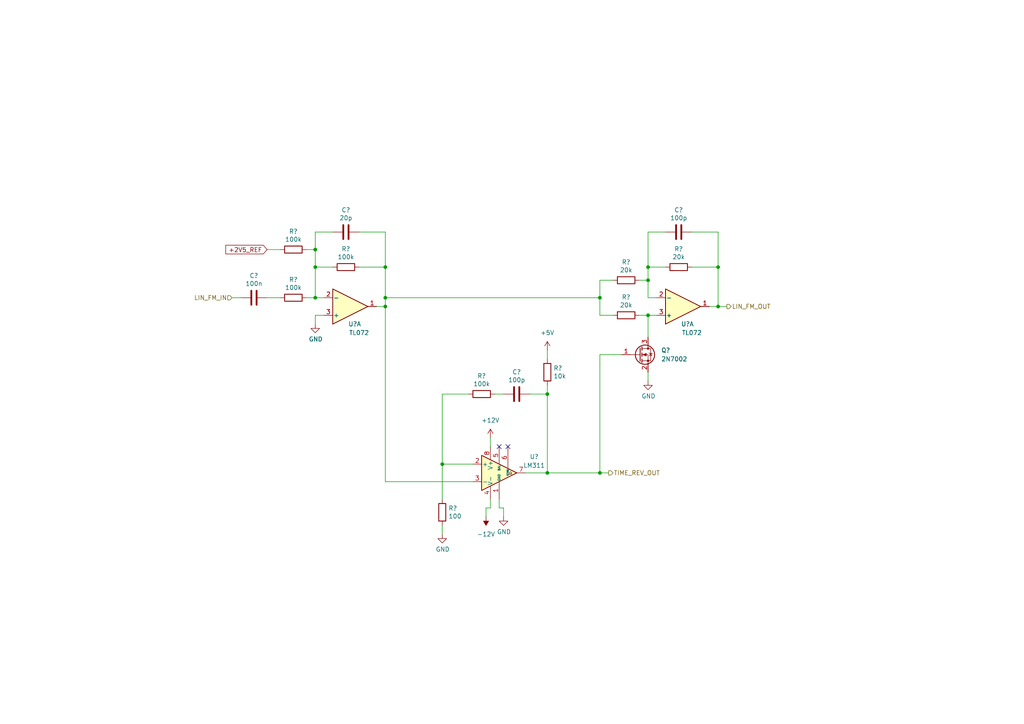
<source format=kicad_sch>
(kicad_sch (version 20211123) (generator eeschema)
  (paper "A4")
  (title_block (title "Josh Ox Ribon Synth Main VCO board") (date "2022-06-18") (rev "0") (comment 2 "creativecommons.org/licences/by/4.0") (comment 3 "license: CC by 4.0") (comment 4 "Author: Jordan Acete"))
  (lib_symbols
    (symbol "Amplifier_Operational:TL072" (pin_names (offset 0.127))
      (property "Reference" "U" (at 0 5.08 0))
      (property "Value" "TL072" (at 0 -5.08 0))
      (symbol "TL072_1_1"
        (polyline (pts (xy -5.08 5.08) (xy 5.08 0) (xy -5.08 -5.08) (xy -5.08 5.08)) (stroke (width 0.254)) (fill (type background)))
        (pin output line (at 7.62 0 180) (length 2.54) (name "~") (number "1"))
        (pin input line (at -7.62 -2.54 0) (length 2.54) (name "-") (number "2"))
        (pin input line (at -7.62 2.54 0) (length 2.54) (name "+") (number "3"))
      )
      (symbol "TL072_2_1"
        (polyline (pts (xy -5.08 5.08) (xy 5.08 0) (xy -5.08 -5.08) (xy -5.08 5.08)) (stroke (width 0.254)) (fill (type background)))
        (pin input line (at -7.62 2.54 0) (length 2.54) (name "+") (number "5"))
        (pin input line (at -7.62 -2.54 0) (length 2.54) (name "-") (number "6"))
        (pin output line (at 7.62 0 180) (length 2.54) (name "~") (number "7"))
      )
      (symbol "TL072_3_1"
        (pin power_in line (at -2.54 -7.62 90) (length 3.81) (name "V-") (number "4"))
        (pin power_in line (at -2.54 7.62 270) (length 3.81) (name "V+") (number "8"))
      )
    )
    (symbol "Comparator:LM311" (pin_names (offset 0.127))
      (property "Reference" "U" (at 3.81 6.35 0))
      (property "Value" "LM311" (at 3.81 3.81 0))
      (symbol "LM311_0_1"
        (polyline (pts (xy 5.08 0) (xy -5.08 5.08) (xy -5.08 -5.08) (xy 5.08 0)) (stroke (width 0.254)) (fill (type background)))
        (polyline (pts (xy 3.683 -0.381) (xy 3.302 -0.381) (xy 3.683 0) (xy 3.302 0.381) (xy 2.921 0) (xy 3.302 -0.381) (xy 2.921 -0.381)) (stroke (width 0.127)))
      )
      (symbol "LM311_1_1"
        (pin passive line (at 0 -7.62 90) (length 5.08) (name "GND") (number "1"))
        (pin input line (at -7.62 2.54 0) (length 2.54) (name "+") (number "2"))
        (pin input line (at -7.62 -2.54 0) (length 2.54) (name "-") (number "3"))
        (pin power_in line (at -2.54 -7.62 90) (length 3.81) (name "V-") (number "4"))
        (pin input line (at 0 7.62 270) (length 5.08) (name "BAL") (number "5"))
        (pin input line (at 2.54 7.62 270) (length 6.35) (name "STRB") (number "6"))
        (pin open_collector line (at 7.62 0 180) (length 2.54) (name "~") (number "7"))
        (pin power_in line (at -2.54 7.62 270) (length 3.81) (name "V+") (number "8"))
      )
    )
    (symbol "Device:C" (pin_numbers hide) (pin_names (offset 0.254))
      (property "Reference" "C" (at 0.635 2.54 0))
      (property "Value" "C" (at 0.635 -2.54 0))
      (symbol "C_0_1"
        (polyline (pts (xy -2.032 -0.762) (xy 2.032 -0.762)) (stroke (width 0.508)))
        (polyline (pts (xy -2.032 0.762) (xy 2.032 0.762)) (stroke (width 0.508)))
      )
      (symbol "C_1_1"
        (pin passive line (at 0 3.81 270) (length 2.794) (name "~") (number "1"))
        (pin passive line (at 0 -3.81 90) (length 2.794) (name "~") (number "2"))
      )
    )
    (symbol "Device:R" (pin_numbers hide) (pin_names (offset 0))
      (property "Reference" "R" (at 2.032 0 90))
      (property "Value" "R" (at 0 0 90))
      (symbol "R_0_1"
        (rectangle (start -1.016 -2.54) (end 1.016 2.54) (stroke (width 0.254)))
      )
      (symbol "R_1_1"
        (pin passive line (at 0 3.81 270) (length 1.27) (name "~") (number "1"))
        (pin passive line (at 0 -3.81 90) (length 1.27) (name "~") (number "2"))
      )
    )
    (symbol "Transistor_FET:2N7002" (pin_names hide)
      (property "Reference" "Q" (at 5.08 1.905 0))
      (property "Value" "2N7002" (at 5.08 0 0))
      (symbol "2N7002_0_1"
        (polyline (pts (xy 0.254 0) (xy -2.54 0)))
        (polyline (pts (xy 0.254 1.905) (xy 0.254 -1.905)) (stroke (width 0.254)))
        (polyline (pts (xy 0.762 -1.27) (xy 0.762 -2.286)) (stroke (width 0.254)))
        (polyline (pts (xy 0.762 0.508) (xy 0.762 -0.508)) (stroke (width 0.254)))
        (polyline (pts (xy 0.762 2.286) (xy 0.762 1.27)) (stroke (width 0.254)))
        (polyline (pts (xy 2.54 2.54) (xy 2.54 1.778)))
        (polyline (pts (xy 2.54 -2.54) (xy 2.54 0) (xy 0.762 0)))
        (polyline (pts (xy 0.762 -1.778) (xy 3.302 -1.778) (xy 3.302 1.778) (xy 0.762 1.778)))
        (polyline (pts (xy 1.016 0) (xy 2.032 0.381) (xy 2.032 -0.381) (xy 1.016 0)) (fill (type outline)))
        (polyline (pts (xy 2.794 0.508) (xy 2.921 0.381) (xy 3.683 0.381) (xy 3.81 0.254)))
        (polyline (pts (xy 3.302 0.381) (xy 2.921 -0.254) (xy 3.683 -0.254) (xy 3.302 0.381)))
        (circle (center 1.651 0) (radius 2.794) (stroke (width 0.254)))
        (circle (center 2.54 -1.778) (radius 0.254) (fill (type outline)))
        (circle (center 2.54 1.778) (radius 0.254) (fill (type outline)))
      )
      (symbol "2N7002_1_1"
        (pin input line (at -5.08 0 0) (length 2.54) (name "G") (number "1"))
        (pin passive line (at 2.54 -5.08 90) (length 2.54) (name "S") (number "2"))
        (pin passive line (at 2.54 5.08 270) (length 2.54) (name "D") (number "3"))
      )
    )
    (symbol "power:+12V" (power) (pin_names (offset 0))
      (property "Value" "+12V" (at 0 3.556 0))
      (symbol "+12V_0_1"
        (polyline (pts (xy -0.762 1.27) (xy 0 2.54)))
        (polyline (pts (xy 0 0) (xy 0 2.54)))
        (polyline (pts (xy 0 2.54) (xy 0.762 1.27)))
      )
      (symbol "+12V_1_1"
        (pin power_in line (at 0 0 90) (length 0) hide (name "+12V") (number "1"))
      )
    )
    (symbol "power:+5V" (power) (pin_names (offset 0))
      (property "Value" "+5V" (at 0 3.556 0))
      (symbol "+5V_0_1"
        (polyline (pts (xy -0.762 1.27) (xy 0 2.54)))
        (polyline (pts (xy 0 0) (xy 0 2.54)))
        (polyline (pts (xy 0 2.54) (xy 0.762 1.27)))
      )
      (symbol "+5V_1_1"
        (pin power_in line (at 0 0 90) (length 0) hide (name "+5V") (number "1"))
      )
    )
    (symbol "power:-12V" (power) (pin_names (offset 0))
      (property "Value" "-12V" (at 0 3.81 0))
      (symbol "-12V_0_0"
        (pin power_in line (at 0 0 90) (length 0) hide (name "-12V") (number "1"))
      )
      (symbol "-12V_0_1"
        (polyline (pts (xy 0 0) (xy 0 1.27) (xy 0.762 1.27) (xy 0 2.54) (xy -0.762 1.27) (xy 0 1.27)) (fill (type outline)))
      )
    )
    (symbol "power:GND" (power) (pin_names (offset 0))
      (property "Value" "GND" (at 0 -3.81 0))
      (symbol "GND_0_1"
        (polyline (pts (xy 0 0) (xy 0 -1.27) (xy 1.27 -1.27) (xy 0 -2.54) (xy -1.27 -1.27) (xy 0 -1.27)))
      )
      (symbol "GND_1_1"
        (pin power_in line (at 0 0 270) (length 0) hide (name "GND") (number "1"))
      )
    )
  )
  (junction (at 91.44 86.36))
  (junction (at 128.27 134.62))
  (junction (at 111.76 86.36))
  (junction (at 111.76 77.47))
  (junction (at 208.28 77.47))
  (junction (at 173.99 86.36))
  (junction (at 208.28 88.9))
  (junction (at 187.96 81.28))
  (junction (at 111.76 88.9))
  (junction (at 173.99 137.16))
  (junction (at 91.44 72.39))
  (junction (at 187.96 77.47))
  (junction (at 158.75 114.3))
  (junction (at 91.44 77.47))
  (junction (at 187.96 91.44))
  (junction (at 158.75 137.16))
  (no_connect (at 147.32 129.54))
  (no_connect (at 144.78 129.54))
  (wire (pts (xy 128.27 114.3) (xy 128.27 134.62)))
  (wire (pts (xy 173.99 102.87) (xy 180.34 102.87)))
  (wire (pts (xy 91.44 86.36) (xy 91.44 77.47)))
  (wire (pts (xy 128.27 134.62) (xy 137.16 134.62)))
  (wire (pts (xy 187.96 86.36) (xy 190.5 86.36)))
  (wire (pts (xy 173.99 137.16) (xy 173.99 102.87)))
  (wire (pts (xy 128.27 154.94) (xy 128.27 152.4)))
  (wire (pts (xy 111.76 77.47) (xy 111.76 67.31)))
  (wire (pts (xy 91.44 91.44) (xy 93.98 91.44)))
  (wire (pts (xy 176.53 137.16) (xy 173.99 137.16)))
  (wire (pts (xy 200.66 77.47) (xy 208.28 77.47)))
  (wire (pts (xy 187.96 97.79) (xy 187.96 91.44)))
  (wire (pts (xy 158.75 101.6) (xy 158.75 104.14)))
  (wire (pts (xy 173.99 86.36) (xy 111.76 86.36)))
  (wire (pts (xy 111.76 139.7) (xy 137.16 139.7)))
  (wire (pts (xy 187.96 81.28) (xy 187.96 77.47)))
  (wire (pts (xy 146.05 149.86) (xy 146.05 147.32)))
  (wire (pts (xy 109.22 88.9) (xy 111.76 88.9)))
  (wire (pts (xy 187.96 86.36) (xy 187.96 81.28)))
  (wire (pts (xy 140.97 149.86) (xy 140.97 147.32)))
  (wire (pts (xy 111.76 67.31) (xy 104.14 67.31)))
  (wire (pts (xy 96.52 77.47) (xy 91.44 77.47)))
  (wire (pts (xy 142.24 127) (xy 142.24 129.54)))
  (wire (pts (xy 187.96 67.31) (xy 193.04 67.31)))
  (wire (pts (xy 210.82 88.9) (xy 208.28 88.9)))
  (wire (pts (xy 67.31 86.36) (xy 69.85 86.36)))
  (wire (pts (xy 91.44 93.98) (xy 91.44 91.44)))
  (wire (pts (xy 143.51 114.3) (xy 146.05 114.3)))
  (wire (pts (xy 158.75 114.3) (xy 153.67 114.3)))
  (wire (pts (xy 158.75 111.76) (xy 158.75 114.3)))
  (wire (pts (xy 81.28 86.36) (xy 77.47 86.36)))
  (wire (pts (xy 111.76 88.9) (xy 111.76 139.7)))
  (wire (pts (xy 152.4 137.16) (xy 158.75 137.16)))
  (wire (pts (xy 193.04 77.47) (xy 187.96 77.47)))
  (wire (pts (xy 185.42 81.28) (xy 187.96 81.28)))
  (wire (pts (xy 187.96 110.49) (xy 187.96 107.95)))
  (wire (pts (xy 140.97 147.32) (xy 142.24 147.32)))
  (wire (pts (xy 91.44 67.31) (xy 96.52 67.31)))
  (wire (pts (xy 190.5 91.44) (xy 187.96 91.44)))
  (wire (pts (xy 77.47 72.39) (xy 81.28 72.39)))
  (wire (pts (xy 111.76 77.47) (xy 111.76 86.36)))
  (wire (pts (xy 91.44 77.47) (xy 91.44 72.39)))
  (wire (pts (xy 135.89 114.3) (xy 128.27 114.3)))
  (wire (pts (xy 142.24 147.32) (xy 142.24 144.78)))
  (wire (pts (xy 208.28 88.9) (xy 208.28 77.47)))
  (wire (pts (xy 88.9 72.39) (xy 91.44 72.39)))
  (wire (pts (xy 158.75 137.16) (xy 173.99 137.16)))
  (wire (pts (xy 91.44 72.39) (xy 91.44 67.31)))
  (wire (pts (xy 208.28 67.31) (xy 200.66 67.31)))
  (wire (pts (xy 144.78 147.32) (xy 144.78 144.78)))
  (wire (pts (xy 158.75 137.16) (xy 158.75 114.3)))
  (wire (pts (xy 205.74 88.9) (xy 208.28 88.9)))
  (wire (pts (xy 173.99 91.44) (xy 173.99 86.36)))
  (wire (pts (xy 208.28 77.47) (xy 208.28 67.31)))
  (wire (pts (xy 187.96 91.44) (xy 185.42 91.44)))
  (wire (pts (xy 111.76 86.36) (xy 111.76 88.9)))
  (wire (pts (xy 146.05 147.32) (xy 144.78 147.32)))
  (wire (pts (xy 187.96 67.31) (xy 187.96 77.47)))
  (wire (pts (xy 128.27 144.78) (xy 128.27 134.62)))
  (wire (pts (xy 173.99 86.36) (xy 173.99 81.28)))
  (wire (pts (xy 177.8 91.44) (xy 173.99 91.44)))
  (wire (pts (xy 104.14 77.47) (xy 111.76 77.47)))
  (wire (pts (xy 91.44 86.36) (xy 88.9 86.36)))
  (wire (pts (xy 173.99 81.28) (xy 177.8 81.28)))
  (wire (pts (xy 93.98 86.36) (xy 91.44 86.36)))
  (global_label "+2V5_REF" (shape input) (at 77.47 72.39 180) (property "Intersheet References" "${INTERSHEET_REFS}" (effects hide)))
  (hierarchical_label "LIN_FM_IN" (shape input) (at 67.31 86.36 180))
  (hierarchical_label "TIME_REV_OUT" (shape output) (at 176.53 137.16 0))
  (hierarchical_label "LIN_FM_OUT" (shape output) (at 210.82 88.9 0))
  (symbol (lib_id "Device:R") (at 139.7 114.3 270) (unit 1)
    (property "Reference" "R?" (at 139.7 109.0422 90))
    (property "Value" "100k" (at 139.7 111.3536 90))
  )
  (symbol (lib_id "Comparator:LM311") (at 144.78 137.16 0) (unit 1)
    (property "Reference" "U?" (at 154.94 132.461 0))
    (property "Value" "LM311" (at 154.94 135.001 0))
    (property "Datasheet" "https://www.st.com/resource/en/datasheet/lm311.pdf" (effects hide))
  )
  (symbol (lib_id "Amplifier_Operational:TL072") (at 198.12 88.9 0) (mirror x) (unit 1)
    (property "Reference" "U?" (at 199.39 93.98 0))
    (property "Value" "TL072" (at 200.66 96.52 0))
    (property "Datasheet" "http://www.ti.com/lit/ds/symlink/tl071.pdf" (effects hide))
  )
  (symbol (lib_id "power:GND") (at 91.44 93.98 0) (unit 1)
    (property "Reference" "#PWR?" (effects hide))
    (property "Value" "~" (at 91.567 98.3742 0))
  )
  (symbol (lib_id "Device:R") (at 128.27 148.59 180) (unit 1)
    (property "Reference" "R?" (at 130.048 147.4216 0) (effects (justify right)))
    (property "Value" "100" (at 130.048 149.733 0) (effects (justify right)))
  )
  (symbol (lib_id "power:-12V") (at 140.97 149.86 180) (unit 1)
    (property "Reference" "#PWR?" (effects hide))
    (property "Value" "-12V" (at 140.97 154.94 0))
  )
  (symbol (lib_id "Device:C") (at 149.86 114.3 270) (unit 1)
    (property "Reference" "C?" (at 149.86 107.8992 90))
    (property "Value" "100p" (at 149.86 110.2106 90))
  )
  (symbol (lib_id "Device:C") (at 196.85 67.31 270) (unit 1)
    (property "Reference" "C?" (at 196.85 60.9092 90))
    (property "Value" "100p" (at 196.85 63.2206 90))
  )
  (symbol (lib_id "power:+12V") (at 142.24 127 0) (unit 1)
    (property "Reference" "#PWR?" (effects hide))
    (property "Value" "+12V" (at 142.24 121.92 0))
  )
  (symbol (lib_id "Device:R") (at 181.61 81.28 270) (unit 1)
    (property "Reference" "R?" (at 181.61 76.0222 90))
    (property "Value" "20k" (at 181.61 78.3336 90))
  )
  (symbol (lib_id "Device:R") (at 181.61 91.44 270) (unit 1)
    (property "Reference" "R?" (at 181.61 86.1822 90))
    (property "Value" "20k" (at 181.61 88.4936 90))
  )
  (symbol (lib_id "Device:R") (at 85.09 86.36 270) (unit 1)
    (property "Reference" "R?" (at 85.09 81.1022 90))
    (property "Value" "100k" (at 85.09 83.4136 90))
  )
  (symbol (lib_id "Amplifier_Operational:TL072") (at 101.6 88.9 0) (mirror x) (unit 1)
    (property "Reference" "U?" (at 102.87 93.98 0))
    (property "Value" "TL072" (at 104.14 96.52 0))
    (property "Datasheet" "http://www.ti.com/lit/ds/symlink/tl071.pdf" (effects hide))
  )
  (symbol (lib_id "Device:C") (at 100.33 67.31 270) (unit 1)
    (property "Reference" "C?" (at 100.33 60.9092 90))
    (property "Value" "20p" (at 100.33 63.2206 90))
  )
  (symbol (lib_id "power:+5V") (at 158.75 101.6 0) (unit 1)
    (property "Reference" "#PWR?" (effects hide))
    (property "Value" "+5V" (at 158.75 96.52 0))
  )
  (symbol (lib_id "power:GND") (at 146.05 149.86 0) (unit 1)
    (property "Reference" "#PWR?" (effects hide))
    (property "Value" "~" (at 146.177 154.2542 0))
  )
  (symbol (lib_id "Device:R") (at 85.09 72.39 270) (unit 1)
    (property "Reference" "R?" (at 85.09 67.1322 90))
    (property "Value" "100k" (at 85.09 69.4436 90))
  )
  (symbol (lib_id "power:GND") (at 187.96 110.49 0) (unit 1)
    (property "Reference" "#PWR?" (effects hide))
    (property "Value" "~" (at 188.087 114.8842 0))
  )
  (symbol (lib_id "power:GND") (at 128.27 154.94 0) (unit 1)
    (property "Reference" "#PWR?" (effects hide))
    (property "Value" "~" (at 128.397 159.3342 0))
  )
  (symbol (lib_id "Device:C") (at 73.66 86.36 270) (unit 1)
    (property "Reference" "C?" (at 73.66 79.9592 90))
    (property "Value" "100n" (at 73.66 82.2706 90))
  )
  (symbol (lib_id "Device:R") (at 158.75 107.95 180) (unit 1)
    (property "Reference" "R?" (at 160.528 106.7816 0) (effects (justify right)))
    (property "Value" "10k" (at 160.528 109.093 0) (effects (justify right)))
  )
  (symbol (lib_id "Device:R") (at 196.85 77.47 270) (unit 1)
    (property "Reference" "R?" (at 196.85 72.2122 90))
    (property "Value" "20k" (at 196.85 74.5236 90))
  )
  (symbol (lib_id "Transistor_FET:2N7002") (at 185.42 102.87 0) (unit 1)
    (property "Reference" "Q?" (at 191.77 101.5999 0) (effects (justify left)))
    (property "Value" "2N7002" (at 191.77 104.1399 0) (effects (justify left)))
    (property "Footprint" "Package_TO_SOT_SMD:SOT-23" (effects hide))
    (property "Datasheet" "https://www.onsemi.com/pub/Collateral/NDS7002A-D.PDF" (effects hide))
  )
  (symbol (lib_id "Device:R") (at 100.33 77.47 270) (unit 1)
    (property "Reference" "R?" (at 100.33 72.2122 90))
    (property "Value" "100k" (at 100.33 74.5236 90))
  )
)
</source>
